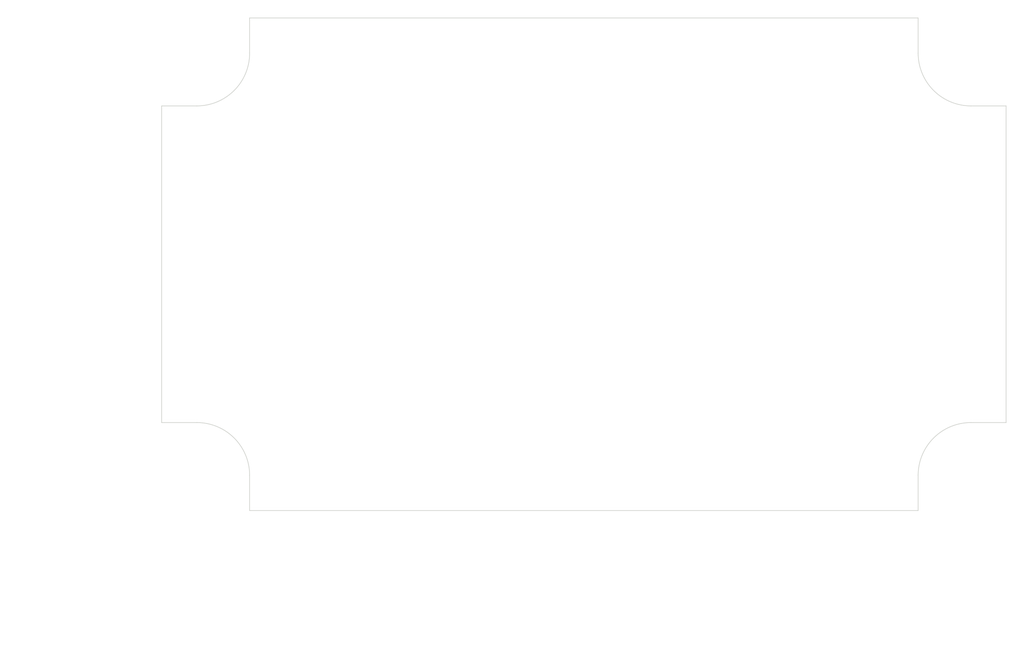
<source format=kicad_pcb>
(kicad_pcb (version 4) (host pcbnew 4.0.7-e2-6376~61~ubuntu18.04.1)

  (general
    (links 0)
    (no_connects 0)
    (area 70.026666 59.449999 215.550001 153.210001)
    (thickness 1.6)
    (drawings 48)
    (tracks 0)
    (zones 0)
    (modules 0)
    (nets 1)
  )

  (page A4)
  (layers
    (0 F.Cu signal)
    (1 In1.Cu signal)
    (2 In2.Cu signal)
    (31 B.Cu signal)
    (33 F.Adhes user)
    (35 F.Paste user)
    (37 F.SilkS user)
    (39 F.Mask user)
    (40 Dwgs.User user)
    (41 Cmts.User user)
    (42 Eco1.User user)
    (43 Eco2.User user)
    (44 Edge.Cuts user)
    (45 Margin user)
    (47 F.CrtYd user)
    (49 F.Fab user)
  )

  (setup
    (last_trace_width 0.25)
    (trace_clearance 0.2)
    (zone_clearance 0.508)
    (zone_45_only yes)
    (trace_min 0.2)
    (segment_width 0.2)
    (edge_width 0.1)
    (via_size 0.6)
    (via_drill 0.4)
    (via_min_size 0.4)
    (via_min_drill 0.3)
    (uvia_size 0.3)
    (uvia_drill 0.1)
    (uvias_allowed no)
    (uvia_min_size 0.2)
    (uvia_min_drill 0.1)
    (pcb_text_width 0.3)
    (pcb_text_size 1.5 1.5)
    (mod_edge_width 0.15)
    (mod_text_size 1 1)
    (mod_text_width 0.15)
    (pad_size 1.524 1.524)
    (pad_drill 0.762)
    (pad_to_mask_clearance 0.2)
    (aux_axis_origin 0 0)
    (visible_elements FFFFFF7F)
    (pcbplotparams
      (layerselection 0x00030_80000001)
      (usegerberextensions false)
      (excludeedgelayer true)
      (linewidth 0.100000)
      (plotframeref false)
      (viasonmask false)
      (mode 1)
      (useauxorigin false)
      (hpglpennumber 1)
      (hpglpenspeed 20)
      (hpglpendiameter 15)
      (hpglpenoverlay 2)
      (psnegative false)
      (psa4output false)
      (plotreference true)
      (plotvalue true)
      (plotinvisibletext false)
      (padsonsilk false)
      (subtractmaskfromsilk false)
      (outputformat 1)
      (mirror false)
      (drillshape 1)
      (scaleselection 1)
      (outputdirectory ""))
  )

  (net 0 "")

  (net_class Default "This is the default net class."
    (clearance 0.2)
    (trace_width 0.25)
    (via_dia 0.6)
    (via_drill 0.4)
    (uvia_dia 0.3)
    (uvia_drill 0.1)
  )

  (dimension 3 (width 0.12) (layer Dwgs.User) (tstamp 5B04B99E)
    (gr_text "3.000 mm" (at 110 90.91) (layer Dwgs.User) (tstamp 5B04B99F)
      (effects (font (size 0.7 0.55) (thickness 0.12)))
    )
    (feature1 (pts (xy 111.5 95) (xy 111.5 90.32)))
    (feature2 (pts (xy 108.5 95) (xy 108.5 90.32)))
    (crossbar (pts (xy 108.5 91.5) (xy 111.5 91.5)))
    (arrow1a (pts (xy 111.5 91.5) (xy 110.373496 92.086421)))
    (arrow1b (pts (xy 111.5 91.5) (xy 110.373496 90.913579)))
    (arrow2a (pts (xy 108.5 91.5) (xy 109.626504 92.086421)))
    (arrow2b (pts (xy 108.5 91.5) (xy 109.626504 90.913579)))
  )
  (gr_line (start 95 70) (end 95 57.5) (layer Dwgs.User) (width 0.1) (tstamp 5B04B94A))
  (gr_line (start 215 70) (end 215 57.5) (layer Dwgs.User) (width 0.1) (tstamp 5B04B93F))
  (gr_line (start 205 60) (end 217.5 60) (layer Dwgs.User) (width 0.1) (tstamp 5B04B931))
  (gr_line (start 205 130) (end 217.5 130) (layer Dwgs.User) (width 0.1) (tstamp 5B04B92C))
  (gr_line (start 215 132.5) (end 215 120) (layer Dwgs.User) (width 0.1) (tstamp 5B04B8FC))
  (gr_arc (start 210 65) (end 210 72.5) (angle 90) (layer Edge.Cuts) (width 0.1))
  (gr_arc (start 210 125) (end 202.5 125) (angle 90) (layer Edge.Cuts) (width 0.1))
  (gr_arc (start 100 125) (end 100 117.5) (angle 90) (layer Edge.Cuts) (width 0.1))
  (gr_arc (start 100 65) (end 107.5 65) (angle 90) (layer Edge.Cuts) (width 0.1))
  (gr_circle (center 117.5 115) (end 117.5 113.5) (layer Dwgs.User) (width 0.1) (tstamp 5B04B65D))
  (gr_circle (center 155 115) (end 155 113.5) (layer Dwgs.User) (width 0.1) (tstamp 5B04B65A))
  (gr_circle (center 192.5 115) (end 192.5 113.5) (layer Dwgs.User) (width 0.1) (tstamp 5B04B651))
  (gr_circle (center 200 95) (end 200 93.5) (layer Dwgs.User) (width 0.1) (tstamp 5B04B649))
  (gr_circle (center 192.5 75) (end 192.5 73.5) (layer Dwgs.User) (width 0.1) (tstamp 5B04B640))
  (gr_circle (center 155 75) (end 155 73.5) (layer Dwgs.User) (width 0.1) (tstamp 5B04B638))
  (gr_circle (center 117.5 75) (end 117.5 73.5) (layer Dwgs.User) (width 0.1) (tstamp 5B04B62E))
  (gr_circle (center 110 95) (end 110 93.5) (layer Dwgs.User) (width 0.1))
  (dimension 95 (width 0.12) (layer Dwgs.User) (tstamp 5B04B4EA)
    (gr_text "95.000 mm" (at 155 145.570525) (layer Dwgs.User) (tstamp 5B04B4EB)
      (effects (font (size 0.7 0.55) (thickness 0.12)))
    )
    (feature1 (pts (xy 107.5 135) (xy 107.5 146.160525)))
    (feature2 (pts (xy 202.5 135) (xy 202.5 146.160525)))
    (crossbar (pts (xy 202.5 144.980525) (xy 107.5 144.980525)))
    (arrow1a (pts (xy 107.5 144.980525) (xy 108.626504 144.394104)))
    (arrow1b (pts (xy 107.5 144.980525) (xy 108.626504 145.566946)))
    (arrow2a (pts (xy 202.5 144.980525) (xy 201.373496 144.394104)))
    (arrow2b (pts (xy 202.5 144.980525) (xy 201.373496 145.566946)))
  )
  (gr_line (start 92.5 115) (end 217.5 115) (layer Dwgs.User) (width 0.1) (tstamp 5B04B477))
  (gr_line (start 92.5 75) (end 217.5 75) (layer Dwgs.User) (width 0.1) (tstamp 5B04B473))
  (gr_line (start 192.5 132.5) (end 192.5 57.5) (layer Dwgs.User) (width 0.1) (tstamp 5B04B42F))
  (gr_line (start 117.5 132.5) (end 117.5 57.5) (layer Dwgs.User) (width 0.1) (tstamp 5B04B427))
  (dimension 75 (width 0.12) (layer Dwgs.User) (tstamp 5B04B3C3)
    (gr_text "75.000 mm" (at 155 140.59) (layer Dwgs.User) (tstamp 5B04B3C4)
      (effects (font (size 0.7 0.55) (thickness 0.12)))
    )
    (feature1 (pts (xy 117.5 135) (xy 117.5 141.18)))
    (feature2 (pts (xy 192.5 135) (xy 192.5 141.18)))
    (crossbar (pts (xy 192.5 140) (xy 117.5 140)))
    (arrow1a (pts (xy 117.5 140) (xy 118.626504 139.413579)))
    (arrow1b (pts (xy 117.5 140) (xy 118.626504 140.586421)))
    (arrow2a (pts (xy 192.5 140) (xy 191.373496 139.413579)))
    (arrow2b (pts (xy 192.5 140) (xy 191.373496 140.586421)))
  )
  (gr_line (start 202.5 125) (end 202.5 130) (layer Edge.Cuts) (width 0.1))
  (gr_line (start 215 117.5) (end 210 117.5) (layer Edge.Cuts) (width 0.1))
  (gr_line (start 215 72.5) (end 215 117.5) (layer Edge.Cuts) (width 0.1))
  (gr_line (start 210 72.5) (end 215 72.5) (layer Edge.Cuts) (width 0.1))
  (gr_line (start 202.5 60) (end 202.5 65) (layer Edge.Cuts) (width 0.1))
  (gr_line (start 107.5 60) (end 202.5 60) (layer Edge.Cuts) (width 0.1))
  (gr_line (start 107.5 65) (end 107.5 60) (layer Edge.Cuts) (width 0.1))
  (gr_line (start 95 72.5) (end 100 72.5) (layer Edge.Cuts) (width 0.1))
  (gr_line (start 95 117.5) (end 95 72.5) (layer Edge.Cuts) (width 0.1))
  (gr_line (start 100 117.5) (end 95 117.5) (layer Edge.Cuts) (width 0.1))
  (gr_line (start 107.5 130) (end 107.5 125) (layer Edge.Cuts) (width 0.1))
  (gr_line (start 92.5 60) (end 105 60) (layer Dwgs.User) (width 0.1) (tstamp 5B04AEDE))
  (gr_line (start 92.5 130) (end 105 130) (layer Dwgs.User) (width 0.1) (tstamp 5B04AED9))
  (gr_line (start 95 132.5) (end 95 120) (layer Dwgs.User) (width 0.1) (tstamp 5B04AEC9))
  (gr_line (start 200 132.5) (end 200 57.5) (layer Dwgs.User) (width 0.1) (tstamp 5B04AEB1))
  (gr_line (start 155 132.5) (end 155 57.5) (layer Dwgs.User) (width 0.1) (tstamp 5B04AEAA))
  (gr_line (start 110 132.5) (end 110 57.5) (layer Dwgs.User) (width 0.1) (tstamp 5B04AE88))
  (dimension 45 (width 0.12) (layer Dwgs.User) (tstamp 5B04AE2F)
    (gr_text "45.000 mm" (at 76.91 95 90) (layer Dwgs.User) (tstamp 5B04AE30)
      (effects (font (size 0.7 0.55) (thickness 0.12)))
    )
    (feature1 (pts (xy 90 72.5) (xy 76.32 72.5)))
    (feature2 (pts (xy 90 117.5) (xy 76.32 117.5)))
    (crossbar (pts (xy 77.5 117.5) (xy 77.5 72.5)))
    (arrow1a (pts (xy 77.5 72.5) (xy 78.086421 73.626504)))
    (arrow1b (pts (xy 77.5 72.5) (xy 76.913579 73.626504)))
    (arrow2a (pts (xy 77.5 117.5) (xy 78.086421 116.373496)))
    (arrow2b (pts (xy 77.5 117.5) (xy 76.913579 116.373496)))
  )
  (dimension 40 (width 0.12) (layer Dwgs.User) (tstamp 5B04ADF2)
    (gr_text "40.000 mm" (at 79.41 95 90) (layer Dwgs.User) (tstamp 5B04ADF3)
      (effects (font (size 0.7 0.55) (thickness 0.12)))
    )
    (feature1 (pts (xy 90 75) (xy 78.82 75)))
    (feature2 (pts (xy 90 115) (xy 78.82 115)))
    (crossbar (pts (xy 80 115) (xy 80 75)))
    (arrow1a (pts (xy 80 75) (xy 80.586421 76.126504)))
    (arrow1b (pts (xy 80 75) (xy 79.413579 76.126504)))
    (arrow2a (pts (xy 80 115) (xy 80.586421 113.873496)))
    (arrow2b (pts (xy 80 115) (xy 79.413579 113.873496)))
  )
  (gr_line (start 92.5 95) (end 217.5 95) (layer Dwgs.User) (width 0.1))
  (dimension 70 (width 0.12) (layer Dwgs.User) (tstamp 5B04AD73)
    (gr_text "70.000 mm" (at 74.41 95 90) (layer Dwgs.User) (tstamp 5B04AD74)
      (effects (font (size 0.7 0.55) (thickness 0.12)))
    )
    (feature1 (pts (xy 90 60) (xy 73.82 60)))
    (feature2 (pts (xy 90 130) (xy 73.82 130)))
    (crossbar (pts (xy 75 130) (xy 75 60)))
    (arrow1a (pts (xy 75 60) (xy 75.586421 61.126504)))
    (arrow1b (pts (xy 75 60) (xy 74.413579 61.126504)))
    (arrow2a (pts (xy 75 130) (xy 75.586421 128.873496)))
    (arrow2b (pts (xy 75 130) (xy 74.413579 128.873496)))
  )
  (dimension 90 (width 0.12) (layer Dwgs.User) (tstamp 5B04ACD6)
    (gr_text "90.000 mm" (at 155 143.09) (layer Dwgs.User) (tstamp 5B04ACD7)
      (effects (font (size 0.7 0.55) (thickness 0.12)))
    )
    (feature1 (pts (xy 110 135) (xy 110 143.68)))
    (feature2 (pts (xy 200 135) (xy 200 143.68)))
    (crossbar (pts (xy 200 142.5) (xy 110 142.5)))
    (arrow1a (pts (xy 110 142.5) (xy 111.126504 141.913579)))
    (arrow1b (pts (xy 110 142.5) (xy 111.126504 143.086421)))
    (arrow2a (pts (xy 200 142.5) (xy 198.873496 141.913579)))
    (arrow2b (pts (xy 200 142.5) (xy 198.873496 143.086421)))
  )
  (dimension 120 (width 0.12) (layer Dwgs.User) (tstamp 5B04AC75)
    (gr_text "120.000 mm" (at 155 150.59) (layer Dwgs.User) (tstamp 5B04AC76)
      (effects (font (size 0.7 0.55) (thickness 0.12)))
    )
    (feature1 (pts (xy 95 135) (xy 95 151.18)))
    (feature2 (pts (xy 215 135) (xy 215 151.18)))
    (crossbar (pts (xy 215 150) (xy 95 150)))
    (arrow1a (pts (xy 95 150) (xy 96.126504 149.413579)))
    (arrow1b (pts (xy 95 150) (xy 96.126504 150.586421)))
    (arrow2a (pts (xy 215 150) (xy 213.873496 149.413579)))
    (arrow2b (pts (xy 215 150) (xy 213.873496 150.586421)))
  )
  (gr_line (start 107.5 130) (end 202.5 130) (layer Edge.Cuts) (width 0.1))

)

</source>
